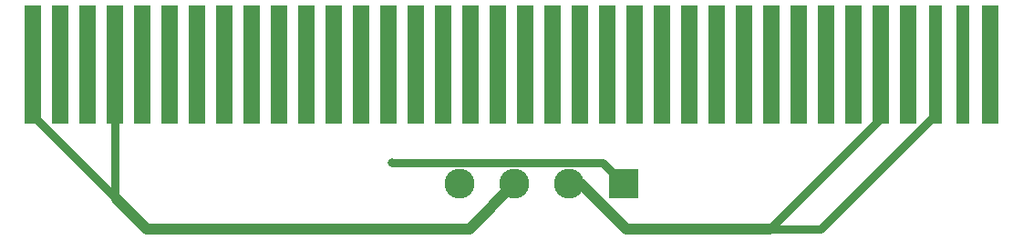
<source format=gbr>
%TF.GenerationSoftware,KiCad,Pcbnew,8.0.2*%
%TF.CreationDate,2024-05-13T11:46:23-04:00*%
%TF.ProjectId,IBM-PS2-Model-70-HDD-Power-adapter,49424d2d-5053-4322-9d4d-6f64656c2d37,rev?*%
%TF.SameCoordinates,Original*%
%TF.FileFunction,Copper,L2,Bot*%
%TF.FilePolarity,Positive*%
%FSLAX46Y46*%
G04 Gerber Fmt 4.6, Leading zero omitted, Abs format (unit mm)*
G04 Created by KiCad (PCBNEW 8.0.2) date 2024-05-13 11:46:23*
%MOMM*%
%LPD*%
G01*
G04 APERTURE LIST*
%TA.AperFunction,SMDPad,CuDef*%
%ADD10R,1.600000X11.000000*%
%TD*%
%TA.AperFunction,SMDPad,CuDef*%
%ADD11R,1.200000X11.000000*%
%TD*%
%TA.AperFunction,ComponentPad*%
%ADD12R,2.780000X2.780000*%
%TD*%
%TA.AperFunction,ComponentPad*%
%ADD13C,2.780000*%
%TD*%
%TA.AperFunction,ViaPad*%
%ADD14C,0.800000*%
%TD*%
%TA.AperFunction,Conductor*%
%ADD15C,0.800000*%
%TD*%
%TA.AperFunction,Conductor*%
%ADD16C,1.000000*%
%TD*%
G04 APERTURE END LIST*
D10*
X187962651Y-79724598D03*
D11*
X185422651Y-79724598D03*
X182882651Y-79724598D03*
D10*
X180342651Y-79724598D03*
X177802651Y-79724598D03*
X175262651Y-79724598D03*
X172722651Y-79724598D03*
X170182651Y-79724598D03*
X167642651Y-79724598D03*
X165102651Y-79724598D03*
X162562651Y-79724598D03*
X160022651Y-79724598D03*
X157482651Y-79724598D03*
X154942651Y-79724598D03*
X152402651Y-79724598D03*
X149862651Y-79724598D03*
X147322651Y-79724598D03*
X144782651Y-79724598D03*
X142242651Y-79724598D03*
X139702651Y-79724598D03*
X137162651Y-79724598D03*
X134622651Y-79724598D03*
X132082651Y-79724598D03*
X129542651Y-79724598D03*
X127002651Y-79724598D03*
X124462651Y-79724598D03*
X121922651Y-79724598D03*
X119382651Y-79724598D03*
X116842651Y-79724598D03*
X114302651Y-79724598D03*
X111762651Y-79724598D03*
X109222651Y-79724598D03*
X106682651Y-79724598D03*
X104142651Y-79724598D03*
X101602651Y-79724598D03*
X99062651Y-79724598D03*
D12*
X153950000Y-90810000D03*
D13*
X148870000Y-90810000D03*
X143790000Y-90810000D03*
X138710000Y-90810000D03*
D14*
X132442651Y-88820000D03*
D15*
X151960000Y-88820000D02*
X153950000Y-90810000D01*
X132442651Y-88820000D02*
X151960000Y-88820000D01*
D16*
X154160000Y-95000000D02*
X149970000Y-90810000D01*
D15*
X177802651Y-79724598D02*
X177802651Y-84684598D01*
X177802651Y-84684598D02*
X167487249Y-95000000D01*
X182750000Y-79724598D02*
X182750000Y-84474598D01*
D16*
X149970000Y-90810000D02*
X148870000Y-90810000D01*
D15*
X172224598Y-95000000D02*
X167487249Y-95000000D01*
D16*
X167487249Y-95000000D02*
X154160000Y-95000000D01*
D15*
X182750000Y-84474598D02*
X172224598Y-95000000D01*
X99062651Y-84424598D02*
X106819026Y-92180974D01*
D16*
X106819026Y-92180974D02*
X109638053Y-95000000D01*
X109638053Y-95000000D02*
X139600000Y-95000000D01*
D15*
X99062651Y-79724598D02*
X99062651Y-84424598D01*
D16*
X139600000Y-95000000D02*
X143790000Y-90810000D01*
D15*
X106682651Y-92044599D02*
X106819026Y-92180974D01*
X106682651Y-79724598D02*
X106682651Y-92044599D01*
M02*

</source>
